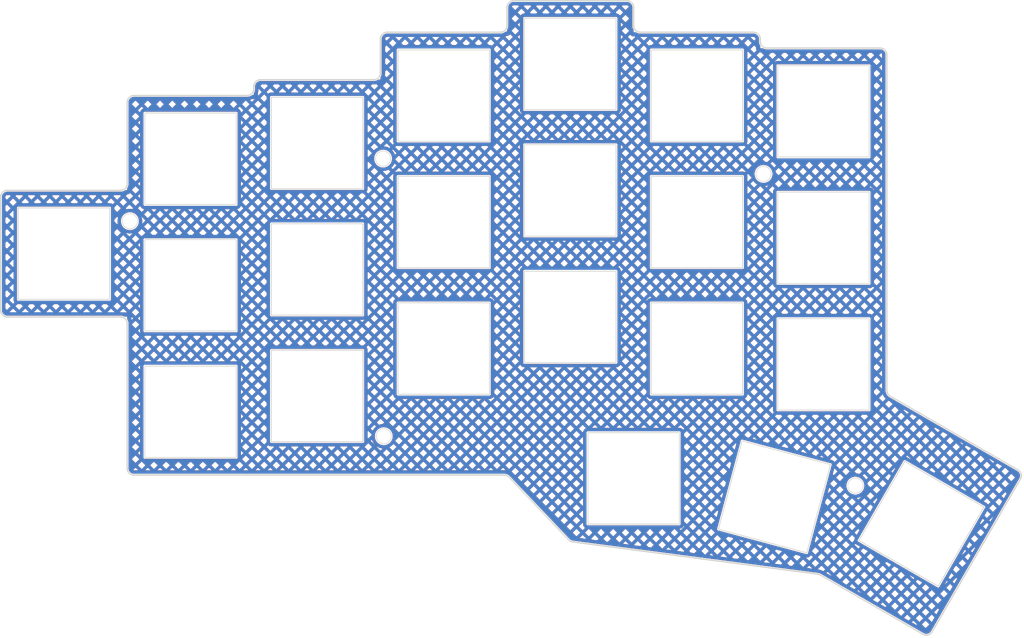
<source format=kicad_pcb>
(kicad_pcb (version 20211014) (generator pcbnew)
  (layers (0 "F.Cu" signal) (31 "B.Cu" signal) (34 "B.Paste" user) (35 "F.Paste" user) (36 "B.SilkS" user "B.Silkscreen") (37 "F.SilkS" user "F.Silkscreen") (38 "B.Mask" user) (39 "F.Mask" user) (44 "Edge.Cuts" user))
  (net 0 "")
  (footprint "kbd:SW_Hole_Plastic" (layer "F.Cu") (at 42.721463 76.099368)
    (fp_text reference "K18" hide)
    (fp_text value "KEYSW" hide)
    (fp_line (start 6.875 -6.875) (end -6.875 -6.875) (layer "Edge.Cuts") (width 0.12))
    (fp_line (start -6.875 -6.875) (end -6.875 6.875) (layer "Edge.Cuts") (width 0.12))
    (fp_line (start 6.875 6.875) (end 6.875 -6.875) (layer "Edge.Cuts") (width 0.12))
    (fp_line (start -6.875 6.875) (end 6.875 6.875) (layer "Edge.Cuts") (width 0.12))
  )
  (footprint "kbd:SW_Hole_Plastic" (layer "F.Cu") (at 118.721463 47.599367)
    (fp_text reference "K21" hide)
    (fp_text value "KEYSW" hide)
    (fp_line (start -6.875 6.875) (end 6.875 6.875) (layer "Edge.Cuts") (width 0.12))
    (fp_line (start -6.875 -6.875) (end -6.875 6.875) (layer "Edge.Cuts") (width 0.12))
    (fp_line (start 6.875 6.875) (end 6.875 -6.875) (layer "Edge.Cuts") (width 0.12))
    (fp_line (start 6.875 -6.875) (end -6.875 -6.875) (layer "Edge.Cuts") (width 0.12))
  )
  (footprint "kbd:SW_Hole_Plastic" (layer "F.Cu") (at 42.721463 57.099368)
    (fp_text reference "K14" hide)
    (fp_text value "KEYSW" hide)
    (fp_line (start 6.875 6.875) (end 6.875 -6.875) (layer "Edge.Cuts") (width 0.12))
    (fp_line (start 6.875 -6.875) (end -6.875 -6.875) (layer "Edge.Cuts") (width 0.12))
    (fp_line (start -6.875 -6.875) (end -6.875 6.875) (layer "Edge.Cuts") (width 0.12))
    (fp_line (start -6.875 6.875) (end 6.875 6.875) (layer "Edge.Cuts") (width 0.12))
  )
  (footprint "kbd:SW_Hole_Plastic" (layer "F.Cu") (at 61.721463 35.724368)
    (fp_text reference "K13" hide)
    (fp_text value "KEYSW" hide)
    (fp_line (start 6.875 6.875) (end 6.875 -6.875) (layer "Edge.Cuts") (width 0.12))
    (fp_line (start 6.875 -6.875) (end -6.875 -6.875) (layer "Edge.Cuts") (width 0.12))
    (fp_line (start -6.875 -6.875) (end -6.875 6.875) (layer "Edge.Cuts") (width 0.12))
    (fp_line (start -6.875 6.875) (end 6.875 6.875) (layer "Edge.Cuts") (width 0.12))
  )
  (footprint "kbd:SW_Hole_Plastic" (layer "F.Cu") (at 152.426296 92.925796 60)
    (fp_text reference "K22" hide)
    (fp_text value "KEYSW" hide)
    (fp_line (start -6.875 6.875) (end 6.875 6.875) (layer "Edge.Cuts") (width 0.12))
    (fp_line (start 6.875 6.875) (end 6.875 -6.875) (layer "Edge.Cuts") (width 0.12))
    (fp_line (start 6.875 -6.875) (end -6.875 -6.875) (layer "Edge.Cuts") (width 0.12))
    (fp_line (start -6.875 -6.875) (end -6.875 6.875) (layer "Edge.Cuts") (width 0.12))
  )
  (footprint "kbd:M2_Hole_Edge_Cut" (layer "F.Cu") (at 128.721463 40.374367)
    (fp_text reference "H8")
    (fp_text value "MountingHole")
    (fp_circle (center 0 0) (end 1.15 0) (layer "Edge.Cuts") (width 0.1) (fill none))
  )
  (footprint "kbd:SW_Hole_Plastic" (layer "F.Cu") (at 80.721463 66.599368)
    (fp_text reference "K9" hide)
    (fp_text value "KEYSW" hide)
    (fp_line (start 6.875 -6.875) (end -6.875 -6.875) (layer "Edge.Cuts") (width 0.12))
    (fp_line (start 6.875 6.875) (end 6.875 -6.875) (layer "Edge.Cuts") (width 0.12))
    (fp_line (start -6.875 6.875) (end 6.875 6.875) (layer "Edge.Cuts") (width 0.12))
    (fp_line (start -6.875 -6.875) (end -6.875 6.875) (layer "Edge.Cuts") (width 0.12))
  )
  (footprint "kbd:M2_Hole_Edge_Cut" (layer "F.Cu") (at 71.621463 38.074367)
    (fp_text reference "H4")
    (fp_text value "MountingHole")
    (fp_circle (center 0 0) (end 1.15 0) (layer "Edge.Cuts") (width 0.1) (fill none))
  )
  (footprint "kbd:SW_Hole_Plastic" (layer "F.Cu") (at 130.35654 88.881582 -15)
    (fp_text reference "K1" hide)
    (fp_text value "KEYSW" hide)
    (fp_line (start -6.875 6.875) (end 6.875 6.875) (layer "Edge.Cuts") (width 0.12))
    (fp_line (start 6.875 -6.875) (end -6.875 -6.875) (layer "Edge.Cuts") (width 0.12))
    (fp_line (start -6.875 -6.875) (end -6.875 6.875) (layer "Edge.Cuts") (width 0.12))
    (fp_line (start 6.875 6.875) (end 6.875 -6.875) (layer "Edge.Cuts") (width 0.12))
  )
  (footprint "kbd:SW_Hole_Plastic" (layer "F.Cu") (at 99.721463 23.849368)
    (fp_text reference "K11" hide)
    (fp_text value "KEYSW" hide)
    (fp_line (start -6.875 -6.875) (end -6.875 6.875) (layer "Edge.Cuts") (width 0.12))
    (fp_line (start 6.875 -6.875) (end -6.875 -6.875) (layer "Edge.Cuts") (width 0.12))
    (fp_line (start -6.875 6.875) (end 6.875 6.875) (layer "Edge.Cuts") (width 0.12))
    (fp_line (start 6.875 6.875) (end 6.875 -6.875) (layer "Edge.Cuts") (width 0.12))
  )
  (footprint "kbd:SW_Hole_Plastic" (layer "F.Cu") (at 42.721463 38.099368)
    (fp_text reference "K7" hide)
    (fp_text value "KEYSW" hide)
    (fp_line (start -6.875 6.875) (end 6.875 6.875) (layer "Edge.Cuts") (width 0.12))
    (fp_line (start -6.875 -6.875) (end -6.875 6.875) (layer "Edge.Cuts") (width 0.12))
    (fp_line (start 6.875 6.875) (end 6.875 -6.875) (layer "Edge.Cuts") (width 0.12))
    (fp_line (start 6.875 -6.875) (end -6.875 -6.875) (layer "Edge.Cuts") (width 0.12))
  )
  (footprint "kbd:SW_Hole_Plastic" (layer "F.Cu") (at 118.721463 66.599367)
    (fp_text reference "K12" hide)
    (fp_text value "KEYSW" hide)
    (fp_line (start -6.875 6.875) (end 6.875 6.875) (layer "Edge.Cuts") (width 0.12))
    (fp_line (start 6.875 -6.875) (end -6.875 -6.875) (layer "Edge.Cuts") (width 0.12))
    (fp_line (start 6.875 6.875) (end 6.875 -6.875) (layer "Edge.Cuts") (width 0.12))
    (fp_line (start -6.875 -6.875) (end -6.875 6.875) (layer "Edge.Cuts") (width 0.12))
  )
  (footprint "kbd:M2_Hole_Edge_Cut" (layer "F.Cu") (at 33.621463 47.474367)
    (fp_text reference "H3")
    (fp_text value "MountingHole")
    (fp_circle (center 0 0) (end 1.15 0) (layer "Edge.Cuts") (width 0.1) (fill none))
  )
  (footprint "kbd:SW_Hole_Plastic" (layer "F.Cu") (at 118.721463 28.599367)
    (fp_text reference "K16" hide)
    (fp_text value "KEYSW" hide)
    (fp_line (start -6.875 -6.875) (end -6.875 6.875) (layer "Edge.Cuts") (width 0.12))
    (fp_line (start -6.875 6.875) (end 6.875 6.875) (layer "Edge.Cuts") (width 0.12))
    (fp_line (start 6.875 6.875) (end 6.875 -6.875) (layer "Edge.Cuts") (width 0.12))
    (fp_line (start 6.875 -6.875) (end -6.875 -6.875) (layer "Edge.Cuts") (width 0.12))
  )
  (footprint "kbd:SW_Hole_Plastic" (layer "F.Cu") (at 80.721463 47.599368)
    (fp_text reference "K6" hide)
    (fp_text value "KEYSW" hide)
    (fp_line (start -6.875 6.875) (end 6.875 6.875) (layer "Edge.Cuts") (width 0.12))
    (fp_line (start 6.875 6.875) (end 6.875 -6.875) (layer "Edge.Cuts") (width 0.12))
    (fp_line (start 6.875 -6.875) (end -6.875 -6.875) (layer "Edge.Cuts") (width 0.12))
    (fp_line (start -6.875 -6.875) (end -6.875 6.875) (layer "Edge.Cuts") (width 0.12))
  )
  (footprint "kbd:SW_Hole_Plastic" (layer "F.Cu") (at 109.221463 86.099097)
    (fp_text reference "K5" hide)
    (fp_text value "KEYSW" hide)
    (fp_line (start -6.875 6.875) (end 6.875 6.875) (layer "Edge.Cuts") (width 0.12))
    (fp_line (start -6.875 -6.875) (end -6.875 6.875) (layer "Edge.Cuts") (width 0.12))
    (fp_line (start 6.875 -6.875) (end -6.875 -6.875) (layer "Edge.Cuts") (width 0.12))
    (fp_line (start 6.875 6.875) (end 6.875 -6.875) (layer "Edge.Cuts") (width 0.12))
  )
  (footprint "kbd:SW_Hole_Plastic" (layer "F.Cu") (at 137.721463 49.974367)
    (fp_text reference "K3" hide)
    (fp_text value "KEYSW" hide)
    (fp_line (start -6.875 -6.875) (end -6.875 6.875) (layer "Edge.Cuts") (width 0.12))
    (fp_line (start -6.875 6.875) (end 6.875 6.875) (layer "Edge.Cuts") (width 0.12))
    (fp_line (start 6.875 6.875) (end 6.875 -6.875) (layer "Edge.Cuts") (width 0.12))
    (fp_line (start 6.875 -6.875) (end -6.875 -6.875) (layer "Edge.Cuts") (width 0.12))
  )
  (footprint "kbd:SW_Hole_Plastic" (layer "F.Cu") (at 23.721464 52.349367)
    (fp_text reference "K10" hide)
    (fp_text value "KEYSW" hide)
    (fp_line (start 6.875 6.875) (end 6.875 -6.875) (layer "Edge.Cuts") (width 0.12))
    (fp_line (start -6.875 6.875) (end 6.875 6.875) (layer "Edge.Cuts") (width 0.12))
    (fp_line (start 6.875 -6.875) (end -6.875 -6.875) (layer "Edge.Cuts") (width 0.12))
    (fp_line (start -6.875 -6.875) (end -6.875 6.875) (layer "Edge.Cuts") (width 0.12))
  )
  (footprint "kbd:SW_Hole_Plastic" (layer "F.Cu") (at 99.721463 42.849368)
    (fp_text reference "K19" hide)
    (fp_text value "KEYSW" hide)
    (fp_line (start -6.875 6.875) (end 6.875 6.875) (layer "Edge.Cuts") (width 0.12))
    (fp_line (start -6.875 -6.875) (end -6.875 6.875) (layer "Edge.Cuts") (width 0.12))
    (fp_line (start 6.875 6.875) (end 6.875 -6.875) (layer "Edge.Cuts") (width 0.12))
    (fp_line (start 6.875 -6.875) (end -6.875 -6.875) (layer "Edge.Cuts") (width 0.12))
  )
  (footprint "kbd:SW_Hole_Plastic" (layer "F.Cu") (at 61.721463 73.724368)
    (fp_text reference "K8" hide)
    (fp_text value "KEYSW" hide)
    (fp_line (start 6.875 6.875) (end 6.875 -6.875) (layer "Edge.Cuts") (width 0.12))
    (fp_line (start 6.875 -6.875) (end -6.875 -6.875) (layer "Edge.Cuts") (width 0.12))
    (fp_line (start -6.875 -6.875) (end -6.875 6.875) (layer "Edge.Cuts") (width 0.12))
    (fp_line (start -6.875 6.875) (end 6.875 6.875) (layer "Edge.Cuts") (width 0.12))
  )
  (footprint "kbd:M2_Hole_Edge_Cut" (layer "F.Cu") (at 71.721463 79.774367)
    (fp_text reference "H5")
    (fp_text value "MountingHole")
    (fp_circle (center 0 0) (end 1.15 0) (layer "Edge.Cuts") (width 0.1) (fill none))
  )
  (footprint "kbd:SW_Hole_Plastic" (layer "F.Cu") (at 137.721463 30.974367)
    (fp_text reference "K4" hide)
    (fp_text value "KEYSW" hide)
    (fp_line (start 6.875 -6.875) (end -6.875 -6.875) (layer "Edge.Cuts") (width 0.12))
    (fp_line (start -6.875 -6.875) (end -6.875 6.875) (layer "Edge.Cuts") (width 0.12))
    (fp_line (start 6.875 6.875) (end 6.875 -6.875) (layer "Edge.Cuts") (width 0.12))
    (fp_line (start -6.875 6.875) (end 6.875 6.875) (layer "Edge.Cuts") (width 0.12))
  )
  (footprint "kbd:SW_Hole_Plastic" (layer "F.Cu") (at 137.721463 68.974367)
    (fp_text reference "K2" hide)
    (fp_text value "KEYSW" hide)
    (fp_line (start -6.875 -6.875) (end -6.875 6.875) (layer "Edge.Cuts") (width 0.12))
    (fp_line (start 6.875 6.875) (end 6.875 -6.875) (layer "Edge.Cuts") (width 0.12))
    (fp_line (start 6.875 -6.875) (end -6.875 -6.875) (layer "Edge.Cuts") (width 0.12))
    (fp_line (start -6.875 6.875) (end 6.875 6.875) (layer "Edge.Cuts") (width 0.12))
  )
  (footprint "kbd:SW_Hole_Plastic" (layer "F.Cu") (at 99.721463 61.849368)
    (fp_text reference "K15" hide)
    (fp_text value "KEYSW" hide)
    (fp_line (start 6.875 -6.875) (end -6.875 -6.875) (layer "Edge.Cuts") (width 0.12))
    (fp_line (start -6.875 6.875) (end 6.875 6.875) (layer "Edge.Cuts") (width 0.12))
    (fp_line (start 6.875 6.875) (end 6.875 -6.875) (layer "Edge.Cuts") (width 0.12))
    (fp_line (start -6.875 -6.875) (end -6.875 6.875) (layer "Edge.Cuts") (width 0.12))
  )
  (footprint "kbd:M2_Hole_Edge_Cut" (layer "F.Cu") (at 142.507505 87.19918)
    (fp_text reference "H9")
    (fp_text value "MountingHole")
    (fp_circle (center 0 0) (end 1.15 0) (layer "Edge.Cuts") (width 0.1) (fill none))
  )
  (footprint "kbd:SW_Hole_Plastic" (layer "F.Cu") (at 61.721463 54.724368)
    (fp_text reference "K17" hide)
    (fp_text value "KEYSW" hide)
    (fp_line (start -6.875 6.875) (end 6.875 6.875) (layer "Edge.Cuts") (width 0.12))
    (fp_line (start 6.875 6.875) (end 6.875 -6.875) (layer "Edge.Cuts") (width 0.12))
    (fp_line (start 6.875 -6.875) (end -6.875 -6.875) (layer "Edge.Cuts") (width 0.12))
    (fp_line (start -6.875 -6.875) (end -6.875 6.875) (layer "Edge.Cuts") (width 0.12))
  )
  (footprint "kbd:SW_Hole_Plastic" (layer "F.Cu") (at 80.721463 28.599368)
    (fp_text reference "K20" hide)
    (fp_text value "KEYSW" hide)
    (fp_line (start 6.875 -6.875) (end -6.875 -6.875) (layer "Edge.Cuts") (width 0.12))
    (fp_line (start -6.875 -6.875) (end -6.875 6.875) (layer "Edge.Cuts") (width 0.12))
    (fp_line (start -6.875 6.875) (end 6.875 6.875) (layer "Edge.Cuts") (width 0.12))
    (fp_line (start 6.875 6.875) (end 6.875 -6.875) (layer "Edge.Cuts") (width 0.12))
  )
  (gr_arc (start 89.796623 85.599366) (mid 90.187011 85.679618) (end 90.514076 85.907372) (layer "Edge.Cuts") (width 0.2))
  (gr_arc (start 166.912511 84.834934) (mid 167.378437 85.442141) (end 167.278537 86.20096) (layer "Edge.Cuts") (width 0.2))
  (gr_arc (start 90.221463 18.099368) (mid 89.92857 18.806475) (end 89.221463 19.099368) (layer "Edge.Cuts") (width 0.2))
  (gr_line (start 15.221464 42.849368) (end 32.221465 42.849368) (layer "Edge.Cuts") (width 0.2))
  (gr_line (start 33.221463 84.609762) (end 33.221463 62.849367) (layer "Edge.Cuts") (width 0.2))
  (gr_line (start 99.480311 95.345258) (end 90.514076 85.907372) (layer "Edge.Cuts") (width 0.2))
  (gr_line (start 147.721463 73.754978) (end 166.912511 84.834934) (layer "Edge.Cuts") (width 0.2))
  (gr_line (start 147.221463 22.474368) (end 147.221463 72.888952) (layer "Edge.Cuts") (width 0.2))
  (gr_arc (start 52.221466 27.599371) (mid 51.928571 28.306477) (end 51.221463 28.599368) (layer "Edge.Cuts") (width 0.2))
  (gr_arc (start 71.221463 25.224368) (mid 70.92857 25.931475) (end 70.221463 26.224368) (layer "Edge.Cuts") (width 0.2))
  (gr_line (start 52.221463 27.599368) (end 52.221463 27.224367) (layer "Edge.Cuts") (width 0.2))
  (gr_line (start 71.221463 25.224368) (end 71.221463 20.099368) (layer "Edge.Cuts") (width 0.2))
  (gr_arc (start 146.221463 21.474368) (mid 146.92857 21.767261) (end 147.221463 22.474368) (layer "Edge.Cuts") (width 0.2))
  (gr_arc (start 108.221463 14.349368) (mid 108.92857 14.642261) (end 109.221463 15.349368) (layer "Edge.Cuts") (width 0.2))
  (gr_line (start 110.221463 19.099367) (end 127.221463 19.099367) (layer "Edge.Cuts") (width 0.2))
  (gr_line (start 89.796623 85.599366) (end 51.221463 85.599366) (layer "Edge.Cuts") (width 0.2))
  (gr_line (start 152.662511 109.516658) (end 137.244527 100.615081) (layer "Edge.Cuts") (width 0.2))
  (gr_arc (start 110.221462 19.099368) (mid 109.514356 18.806474) (end 109.221463 18.099367) (layer "Edge.Cuts") (width 0.2))
  (gr_arc (start 34.211068 85.599367) (mid 33.511312 85.309518) (end 33.221463 84.609762) (layer "Edge.Cuts") (width 0.2))
  (gr_line (start 51.221463 85.599366) (end 34.211068 85.599366) (layer "Edge.Cuts") (width 0.2))
  (gr_arc (start 52.221463 27.224368) (mid 52.514356 26.517261) (end 53.221463 26.224368) (layer "Edge.Cuts") (width 0.2))
  (gr_line (start 53.221463 26.224368) (end 70.221463 26.224368) (layer "Edge.Cuts") (width 0.2))
  (gr_line (start 14.221465 60.849368) (end 14.221465 43.849369) (layer "Edge.Cuts") (width 0.2))
  (gr_arc (start 15.221464 61.849367) (mid 14.514358 61.556474) (end 14.221465 60.849368) (layer "Edge.Cuts") (width 0.2))
  (gr_arc (start 14.221465 43.849369) (mid 14.514358 43.142262) (end 15.221464 42.849368) (layer "Edge.Cuts") (width 0.2))
  (gr_arc (start 32.221466 61.849364) (mid 32.928572 62.142259) (end 33.221463 62.849367) (layer "Edge.Cuts") (width 0.2))
  (gr_arc (start 129.221463 21.474367) (mid 128.514356 21.181474) (end 128.221463 20.474367) (layer "Edge.Cuts") (width 0.2))
  (gr_arc (start 33.221465 41.84937) (mid 32.928571 42.556475) (end 32.221464 42.849367) (layer "Edge.Cuts") (width 0.2))
  (gr_arc (start 90.221463 15.349368) (mid 90.514356 14.642261) (end 91.221463 14.349368) (layer "Edge.Cuts") (width 0.2))
  (gr_arc (start 127.221463 19.099367) (mid 127.92857 19.39226) (end 128.221463 20.099367) (layer "Edge.Cuts") (width 0.2))
  (gr_arc (start 100.068595 95.644797) (mid 99.748739 95.545528) (end 99.480311 95.345258) (layer "Edge.Cuts") (width 0.2))
  (gr_line (start 136.878894 100.490965) (end 100.068595 95.644797) (layer "Edge.Cuts") (width 0.2))
  (gr_line (start 109.221463 15.349368) (end 109.221463 18.099367) (layer "Edge.Cuts") (width 0.2))
  (gr_line (start 128.221463 20.099367) (end 128.221463 20.474367) (layer "Edge.Cuts") (width 0.2))
  (gr_arc (start 33.221464 29.599368) (mid 33.514357 28.892261) (end 34.221464 28.599368) (layer "Edge.Cuts") (width 0.2))
  (gr_line (start 33.221464 41.849368) (end 33.221464 29.599368) (layer "Edge.Cuts") (width 0.2))
  (gr_line (start 129.221463 21.474367) (end 146.221463 21.474368) (layer "Edge.Cuts") (width 0.2))
  (gr_line (start 167.278537 86.20096) (end 154.028537 109.150633) (layer "Edge.Cuts") (width 0.2))
  (gr_arc (start 136.878894 100.490965) (mid 137.067823 100.535017) (end 137.244527 100.615081) (layer "Edge.Cuts") (width 0.2))
  (gr_arc (start 147.721463 73.754977) (mid 147.355438 73.388952) (end 147.221463 72.888952) (layer "Edge.Cuts") (width 0.2))
  (gr_arc (start 71.221462 20.099368) (mid 71.514356 19.392261) (end 72.221463 19.099367) (layer "Edge.Cuts") (width 0.2))
  (gr_line (start 90.221463 18.099368) (end 90.221463 15.349368) (layer "Edge.Cuts") (width 0.2))
  (gr_line (start 32.221464 61.849368) (end 15.221464 61.849368) (layer "Edge.Cuts") (width 0.2))
  (gr_line (start 91.221463 14.349368) (end 108.221463 14.349368) (layer "Edge.Cuts") (width 0.2))
  (gr_line (start 72.221463 19.099367) (end 89.221463 19.099368) (layer "Edge.Cuts") (width 0.2))
  (gr_arc (start 154.028536 109.150633) (mid 153.42133 109.616559) (end 152.662511 109.516658) (layer "Edge.Cuts") (width 0.2))
  (gr_line (start 34.221464 28.599368) (end 51.221463 28.599368) (layer "Edge.Cuts") (width 0.2))
  (zone (net 0) (net_name "") (layers F&B.Cu) (priority 1) (connect_pads (clearance 0.2)) (min_thickness 0.25) (fill yes (mode hatch) (thermal_gap 0.5) (thermal_bridge_width 0.5) (hatch_thickness 0.5) (hatch_gap 0.8) (hatch_orientation 45) (hatch_border_algorithm hatch_thickness) (hatch_min_hole_area 0.3))
    (polygon (pts (xy 109.221463 19.104952) (xy 128.221463 19.104952) (xy 128.221463 21.504952) (xy 147.221463 21.504952) (xy 147.221463 23.804952) (xy 147.721464 73.349367) (xy 167.821463 85.204952) (xy 153.421463 109.904952) (xy 137.021463 100.504952) (xy 99.721463 95.504952) (xy 90.121463 85.504952) (xy 33.221463 85.604952) (xy 33.221463 61.804952) (xy 14.121463 61.804952) (xy 14.221463 42.904952) (xy 33.221463 42.804952) (xy 33.221463 28.504952) (xy 52.221463 28.504952) (xy 52.221463 26.204952) (xy 71.221463 26.204952) (xy 71.221463 19.004952) (xy 90.221463 19.004952) (xy 90.221463 14.304952) (xy 109.221463 14.304952)))
  )
)
</source>
